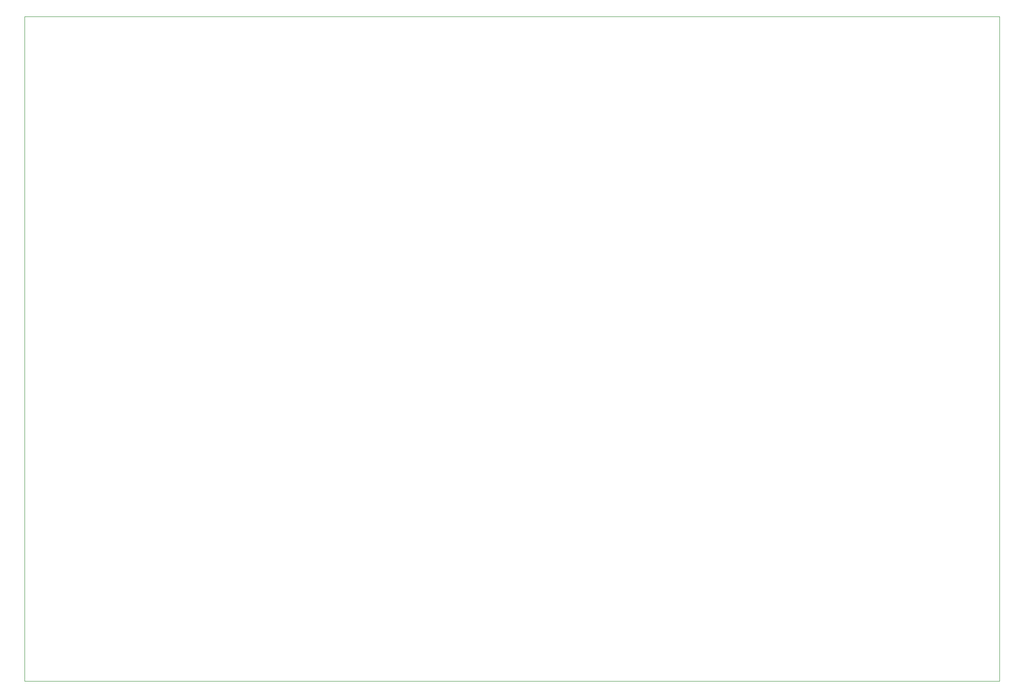
<source format=gbr>
%TF.GenerationSoftware,KiCad,Pcbnew,9.0.5*%
%TF.CreationDate,2025-12-10T02:12:08-06:00*%
%TF.ProjectId,WattMeter,57617474-4d65-4746-9572-2e6b69636164,rev?*%
%TF.SameCoordinates,Original*%
%TF.FileFunction,Profile,NP*%
%FSLAX46Y46*%
G04 Gerber Fmt 4.6, Leading zero omitted, Abs format (unit mm)*
G04 Created by KiCad (PCBNEW 9.0.5) date 2025-12-10 02:12:08*
%MOMM*%
%LPD*%
G01*
G04 APERTURE LIST*
%TA.AperFunction,Profile*%
%ADD10C,0.050000*%
%TD*%
G04 APERTURE END LIST*
D10*
X53020000Y-37050000D02*
X238010000Y-37050000D01*
X238010000Y-163200000D01*
X53020000Y-163200000D01*
X53020000Y-37050000D01*
M02*

</source>
